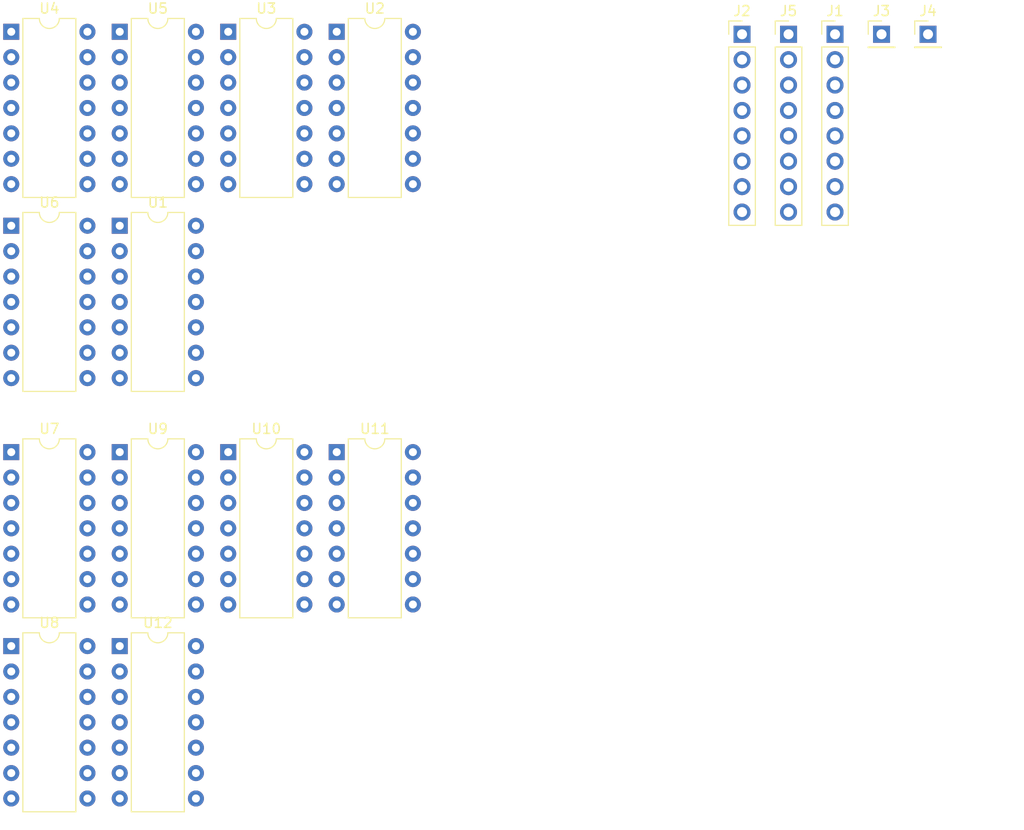
<source format=kicad_pcb>
(kicad_pcb (version 20171130) (host pcbnew 5.1.9)

  (general
    (thickness 1.6)
    (drawings 0)
    (tracks 0)
    (zones 0)
    (modules 17)
    (nets 68)
  )

  (page A4)
  (layers
    (0 F.Cu signal)
    (31 B.Cu signal)
    (32 B.Adhes user)
    (33 F.Adhes user)
    (34 B.Paste user)
    (35 F.Paste user)
    (36 B.SilkS user)
    (37 F.SilkS user)
    (38 B.Mask user)
    (39 F.Mask user)
    (40 Dwgs.User user)
    (41 Cmts.User user)
    (42 Eco1.User user)
    (43 Eco2.User user)
    (44 Edge.Cuts user)
    (45 Margin user)
    (46 B.CrtYd user)
    (47 F.CrtYd user)
    (48 B.Fab user)
    (49 F.Fab user)
  )

  (setup
    (last_trace_width 0.25)
    (trace_clearance 0.2)
    (zone_clearance 0.508)
    (zone_45_only no)
    (trace_min 0.2)
    (via_size 0.8)
    (via_drill 0.4)
    (via_min_size 0.4)
    (via_min_drill 0.3)
    (uvia_size 0.3)
    (uvia_drill 0.1)
    (uvias_allowed no)
    (uvia_min_size 0.2)
    (uvia_min_drill 0.1)
    (edge_width 0.05)
    (segment_width 0.2)
    (pcb_text_width 0.3)
    (pcb_text_size 1.5 1.5)
    (mod_edge_width 0.12)
    (mod_text_size 1 1)
    (mod_text_width 0.15)
    (pad_size 1.524 1.524)
    (pad_drill 0.762)
    (pad_to_mask_clearance 0)
    (aux_axis_origin 0 0)
    (visible_elements FFFFFF7F)
    (pcbplotparams
      (layerselection 0x010fc_ffffffff)
      (usegerberextensions false)
      (usegerberattributes true)
      (usegerberadvancedattributes true)
      (creategerberjobfile true)
      (excludeedgelayer true)
      (linewidth 0.100000)
      (plotframeref false)
      (viasonmask false)
      (mode 1)
      (useauxorigin false)
      (hpglpennumber 1)
      (hpglpenspeed 20)
      (hpglpendiameter 15.000000)
      (psnegative false)
      (psa4output false)
      (plotreference true)
      (plotvalue true)
      (plotinvisibletext false)
      (padsonsilk false)
      (subtractmaskfromsilk false)
      (outputformat 1)
      (mirror false)
      (drillshape 1)
      (scaleselection 1)
      (outputdirectory ""))
  )

  (net 0 "")
  (net 1 /a7)
  (net 2 /a6)
  (net 3 /a5)
  (net 4 /a4)
  (net 5 /a3)
  (net 6 /a2)
  (net 7 /a1)
  (net 8 /a0)
  (net 9 /b7)
  (net 10 /b6)
  (net 11 /b5)
  (net 12 /b4)
  (net 13 /b3)
  (net 14 /b2)
  (net 15 /b1)
  (net 16 /b0)
  (net 17 /Adder0/Cin)
  (net 18 /Adder1/Cout)
  (net 19 /y7)
  (net 20 /y6)
  (net 21 /y5)
  (net 22 /y4)
  (net 23 /y3)
  (net 24 /y2)
  (net 25 /y1)
  (net 26 /y0)
  (net 27 +5V)
  (net 28 GND)
  (net 29 "Net-(U1-Pad6)")
  (net 30 "Net-(U1-Pad11)")
  (net 31 "Net-(U1-Pad3)")
  (net 32 "Net-(U1-Pad8)")
  (net 33 "Net-(U2-Pad6)")
  (net 34 "Net-(U2-Pad11)")
  (net 35 "Net-(U2-Pad3)")
  (net 36 "Net-(U2-Pad8)")
  (net 37 /Adder0/Bit1/Cin)
  (net 38 /Adder0/Bit3/Cin)
  (net 39 /Adder0/Bit2/Cin)
  (net 40 "Net-(U4-Pad6)")
  (net 41 "Net-(U4-Pad11)")
  (net 42 "Net-(U4-Pad3)")
  (net 43 "Net-(U4-Pad8)")
  (net 44 "Net-(U5-Pad6)")
  (net 45 "Net-(U5-Pad11)")
  (net 46 "Net-(U5-Pad3)")
  (net 47 "Net-(U5-Pad8)")
  (net 48 /Adder1/Cin)
  (net 49 "Net-(U10-Pad5)")
  (net 50 "Net-(U10-Pad13)")
  (net 51 "Net-(U10-Pad2)")
  (net 52 "Net-(U10-Pad10)")
  (net 53 "Net-(U11-Pad5)")
  (net 54 "Net-(U11-Pad13)")
  (net 55 "Net-(U11-Pad2)")
  (net 56 "Net-(U11-Pad10)")
  (net 57 /Adder1/Bit3/Cin)
  (net 58 /Adder1/Bit1/Cin)
  (net 59 /Adder1/Bit2/Cin)
  (net 60 "Net-(U10-Pad6)")
  (net 61 "Net-(U10-Pad11)")
  (net 62 "Net-(U10-Pad3)")
  (net 63 "Net-(U10-Pad8)")
  (net 64 "Net-(U11-Pad6)")
  (net 65 "Net-(U11-Pad11)")
  (net 66 "Net-(U11-Pad3)")
  (net 67 "Net-(U11-Pad8)")

  (net_class Default "This is the default net class."
    (clearance 0.2)
    (trace_width 0.25)
    (via_dia 0.8)
    (via_drill 0.4)
    (uvia_dia 0.3)
    (uvia_drill 0.1)
    (add_net +5V)
    (add_net /Adder0/Bit1/Cin)
    (add_net /Adder0/Bit2/Cin)
    (add_net /Adder0/Bit3/Cin)
    (add_net /Adder0/Cin)
    (add_net /Adder1/Bit1/Cin)
    (add_net /Adder1/Bit2/Cin)
    (add_net /Adder1/Bit3/Cin)
    (add_net /Adder1/Cin)
    (add_net /Adder1/Cout)
    (add_net /a0)
    (add_net /a1)
    (add_net /a2)
    (add_net /a3)
    (add_net /a4)
    (add_net /a5)
    (add_net /a6)
    (add_net /a7)
    (add_net /b0)
    (add_net /b1)
    (add_net /b2)
    (add_net /b3)
    (add_net /b4)
    (add_net /b5)
    (add_net /b6)
    (add_net /b7)
    (add_net /y0)
    (add_net /y1)
    (add_net /y2)
    (add_net /y3)
    (add_net /y4)
    (add_net /y5)
    (add_net /y6)
    (add_net /y7)
    (add_net GND)
    (add_net "Net-(U1-Pad11)")
    (add_net "Net-(U1-Pad3)")
    (add_net "Net-(U1-Pad6)")
    (add_net "Net-(U1-Pad8)")
    (add_net "Net-(U10-Pad10)")
    (add_net "Net-(U10-Pad11)")
    (add_net "Net-(U10-Pad13)")
    (add_net "Net-(U10-Pad2)")
    (add_net "Net-(U10-Pad3)")
    (add_net "Net-(U10-Pad5)")
    (add_net "Net-(U10-Pad6)")
    (add_net "Net-(U10-Pad8)")
    (add_net "Net-(U11-Pad10)")
    (add_net "Net-(U11-Pad11)")
    (add_net "Net-(U11-Pad13)")
    (add_net "Net-(U11-Pad2)")
    (add_net "Net-(U11-Pad3)")
    (add_net "Net-(U11-Pad5)")
    (add_net "Net-(U11-Pad6)")
    (add_net "Net-(U11-Pad8)")
    (add_net "Net-(U2-Pad11)")
    (add_net "Net-(U2-Pad3)")
    (add_net "Net-(U2-Pad6)")
    (add_net "Net-(U2-Pad8)")
    (add_net "Net-(U4-Pad11)")
    (add_net "Net-(U4-Pad3)")
    (add_net "Net-(U4-Pad6)")
    (add_net "Net-(U4-Pad8)")
    (add_net "Net-(U5-Pad11)")
    (add_net "Net-(U5-Pad3)")
    (add_net "Net-(U5-Pad6)")
    (add_net "Net-(U5-Pad8)")
  )

  (module Connector_PinHeader_2.54mm:PinHeader_1x08_P2.54mm_Vertical (layer F.Cu) (tedit 59FED5CC) (tstamp 600B1369)
    (at 168.605001 75.485001)
    (descr "Through hole straight pin header, 1x08, 2.54mm pitch, single row")
    (tags "Through hole pin header THT 1x08 2.54mm single row")
    (path /602B5803)
    (fp_text reference J1 (at 0 -2.33) (layer F.SilkS)
      (effects (font (size 1 1) (thickness 0.15)))
    )
    (fp_text value Conn_01x08_FemaleOutput (at 0 20.11) (layer F.Fab)
      (effects (font (size 1 1) (thickness 0.15)))
    )
    (fp_line (start 1.8 -1.8) (end -1.8 -1.8) (layer F.CrtYd) (width 0.05))
    (fp_line (start 1.8 19.55) (end 1.8 -1.8) (layer F.CrtYd) (width 0.05))
    (fp_line (start -1.8 19.55) (end 1.8 19.55) (layer F.CrtYd) (width 0.05))
    (fp_line (start -1.8 -1.8) (end -1.8 19.55) (layer F.CrtYd) (width 0.05))
    (fp_line (start -1.33 -1.33) (end 0 -1.33) (layer F.SilkS) (width 0.12))
    (fp_line (start -1.33 0) (end -1.33 -1.33) (layer F.SilkS) (width 0.12))
    (fp_line (start -1.33 1.27) (end 1.33 1.27) (layer F.SilkS) (width 0.12))
    (fp_line (start 1.33 1.27) (end 1.33 19.11) (layer F.SilkS) (width 0.12))
    (fp_line (start -1.33 1.27) (end -1.33 19.11) (layer F.SilkS) (width 0.12))
    (fp_line (start -1.33 19.11) (end 1.33 19.11) (layer F.SilkS) (width 0.12))
    (fp_line (start -1.27 -0.635) (end -0.635 -1.27) (layer F.Fab) (width 0.1))
    (fp_line (start -1.27 19.05) (end -1.27 -0.635) (layer F.Fab) (width 0.1))
    (fp_line (start 1.27 19.05) (end -1.27 19.05) (layer F.Fab) (width 0.1))
    (fp_line (start 1.27 -1.27) (end 1.27 19.05) (layer F.Fab) (width 0.1))
    (fp_line (start -0.635 -1.27) (end 1.27 -1.27) (layer F.Fab) (width 0.1))
    (fp_text user %R (at 0 8.89 90) (layer F.Fab)
      (effects (font (size 1 1) (thickness 0.15)))
    )
    (pad 1 thru_hole rect (at 0 0) (size 1.7 1.7) (drill 1) (layers *.Cu *.Mask)
      (net 8 /a0))
    (pad 2 thru_hole oval (at 0 2.54) (size 1.7 1.7) (drill 1) (layers *.Cu *.Mask)
      (net 7 /a1))
    (pad 3 thru_hole oval (at 0 5.08) (size 1.7 1.7) (drill 1) (layers *.Cu *.Mask)
      (net 6 /a2))
    (pad 4 thru_hole oval (at 0 7.62) (size 1.7 1.7) (drill 1) (layers *.Cu *.Mask)
      (net 5 /a3))
    (pad 5 thru_hole oval (at 0 10.16) (size 1.7 1.7) (drill 1) (layers *.Cu *.Mask)
      (net 4 /a4))
    (pad 6 thru_hole oval (at 0 12.7) (size 1.7 1.7) (drill 1) (layers *.Cu *.Mask)
      (net 3 /a5))
    (pad 7 thru_hole oval (at 0 15.24) (size 1.7 1.7) (drill 1) (layers *.Cu *.Mask)
      (net 2 /a6))
    (pad 8 thru_hole oval (at 0 17.78) (size 1.7 1.7) (drill 1) (layers *.Cu *.Mask)
      (net 1 /a7))
    (model ${KISYS3DMOD}/Connector_PinHeader_2.54mm.3dshapes/PinHeader_1x08_P2.54mm_Vertical.wrl
      (at (xyz 0 0 0))
      (scale (xyz 1 1 1))
      (rotate (xyz 0 0 0))
    )
  )

  (module Connector_PinHeader_2.54mm:PinHeader_1x08_P2.54mm_Vertical (layer F.Cu) (tedit 59FED5CC) (tstamp 600B1385)
    (at 159.305001 75.485001)
    (descr "Through hole straight pin header, 1x08, 2.54mm pitch, single row")
    (tags "Through hole pin header THT 1x08 2.54mm single row")
    (path /602B7797)
    (fp_text reference J2 (at 0 -2.33) (layer F.SilkS)
      (effects (font (size 1 1) (thickness 0.15)))
    )
    (fp_text value Conn_01x08_FemaleOutput (at 0 20.11) (layer F.Fab)
      (effects (font (size 1 1) (thickness 0.15)))
    )
    (fp_line (start 1.8 -1.8) (end -1.8 -1.8) (layer F.CrtYd) (width 0.05))
    (fp_line (start 1.8 19.55) (end 1.8 -1.8) (layer F.CrtYd) (width 0.05))
    (fp_line (start -1.8 19.55) (end 1.8 19.55) (layer F.CrtYd) (width 0.05))
    (fp_line (start -1.8 -1.8) (end -1.8 19.55) (layer F.CrtYd) (width 0.05))
    (fp_line (start -1.33 -1.33) (end 0 -1.33) (layer F.SilkS) (width 0.12))
    (fp_line (start -1.33 0) (end -1.33 -1.33) (layer F.SilkS) (width 0.12))
    (fp_line (start -1.33 1.27) (end 1.33 1.27) (layer F.SilkS) (width 0.12))
    (fp_line (start 1.33 1.27) (end 1.33 19.11) (layer F.SilkS) (width 0.12))
    (fp_line (start -1.33 1.27) (end -1.33 19.11) (layer F.SilkS) (width 0.12))
    (fp_line (start -1.33 19.11) (end 1.33 19.11) (layer F.SilkS) (width 0.12))
    (fp_line (start -1.27 -0.635) (end -0.635 -1.27) (layer F.Fab) (width 0.1))
    (fp_line (start -1.27 19.05) (end -1.27 -0.635) (layer F.Fab) (width 0.1))
    (fp_line (start 1.27 19.05) (end -1.27 19.05) (layer F.Fab) (width 0.1))
    (fp_line (start 1.27 -1.27) (end 1.27 19.05) (layer F.Fab) (width 0.1))
    (fp_line (start -0.635 -1.27) (end 1.27 -1.27) (layer F.Fab) (width 0.1))
    (fp_text user %R (at 0 8.89 90) (layer F.Fab)
      (effects (font (size 1 1) (thickness 0.15)))
    )
    (pad 1 thru_hole rect (at 0 0) (size 1.7 1.7) (drill 1) (layers *.Cu *.Mask)
      (net 16 /b0))
    (pad 2 thru_hole oval (at 0 2.54) (size 1.7 1.7) (drill 1) (layers *.Cu *.Mask)
      (net 15 /b1))
    (pad 3 thru_hole oval (at 0 5.08) (size 1.7 1.7) (drill 1) (layers *.Cu *.Mask)
      (net 14 /b2))
    (pad 4 thru_hole oval (at 0 7.62) (size 1.7 1.7) (drill 1) (layers *.Cu *.Mask)
      (net 13 /b3))
    (pad 5 thru_hole oval (at 0 10.16) (size 1.7 1.7) (drill 1) (layers *.Cu *.Mask)
      (net 12 /b4))
    (pad 6 thru_hole oval (at 0 12.7) (size 1.7 1.7) (drill 1) (layers *.Cu *.Mask)
      (net 11 /b5))
    (pad 7 thru_hole oval (at 0 15.24) (size 1.7 1.7) (drill 1) (layers *.Cu *.Mask)
      (net 10 /b6))
    (pad 8 thru_hole oval (at 0 17.78) (size 1.7 1.7) (drill 1) (layers *.Cu *.Mask)
      (net 9 /b7))
    (model ${KISYS3DMOD}/Connector_PinHeader_2.54mm.3dshapes/PinHeader_1x08_P2.54mm_Vertical.wrl
      (at (xyz 0 0 0))
      (scale (xyz 1 1 1))
      (rotate (xyz 0 0 0))
    )
  )

  (module Connector_PinHeader_2.54mm:PinHeader_1x01_P2.54mm_Vertical (layer F.Cu) (tedit 59FED5CC) (tstamp 600B139A)
    (at 173.255001 75.485001)
    (descr "Through hole straight pin header, 1x01, 2.54mm pitch, single row")
    (tags "Through hole pin header THT 1x01 2.54mm single row")
    (path /602BCCF5)
    (fp_text reference J3 (at 0 -2.33) (layer F.SilkS)
      (effects (font (size 1 1) (thickness 0.15)))
    )
    (fp_text value C (at 0 2.33) (layer F.Fab)
      (effects (font (size 1 1) (thickness 0.15)))
    )
    (fp_line (start 1.8 -1.8) (end -1.8 -1.8) (layer F.CrtYd) (width 0.05))
    (fp_line (start 1.8 1.8) (end 1.8 -1.8) (layer F.CrtYd) (width 0.05))
    (fp_line (start -1.8 1.8) (end 1.8 1.8) (layer F.CrtYd) (width 0.05))
    (fp_line (start -1.8 -1.8) (end -1.8 1.8) (layer F.CrtYd) (width 0.05))
    (fp_line (start -1.33 -1.33) (end 0 -1.33) (layer F.SilkS) (width 0.12))
    (fp_line (start -1.33 0) (end -1.33 -1.33) (layer F.SilkS) (width 0.12))
    (fp_line (start -1.33 1.27) (end 1.33 1.27) (layer F.SilkS) (width 0.12))
    (fp_line (start 1.33 1.27) (end 1.33 1.33) (layer F.SilkS) (width 0.12))
    (fp_line (start -1.33 1.27) (end -1.33 1.33) (layer F.SilkS) (width 0.12))
    (fp_line (start -1.33 1.33) (end 1.33 1.33) (layer F.SilkS) (width 0.12))
    (fp_line (start -1.27 -0.635) (end -0.635 -1.27) (layer F.Fab) (width 0.1))
    (fp_line (start -1.27 1.27) (end -1.27 -0.635) (layer F.Fab) (width 0.1))
    (fp_line (start 1.27 1.27) (end -1.27 1.27) (layer F.Fab) (width 0.1))
    (fp_line (start 1.27 -1.27) (end 1.27 1.27) (layer F.Fab) (width 0.1))
    (fp_line (start -0.635 -1.27) (end 1.27 -1.27) (layer F.Fab) (width 0.1))
    (fp_text user %R (at 0 0 90) (layer F.Fab)
      (effects (font (size 1 1) (thickness 0.15)))
    )
    (pad 1 thru_hole rect (at 0 0) (size 1.7 1.7) (drill 1) (layers *.Cu *.Mask)
      (net 17 /Adder0/Cin))
    (model ${KISYS3DMOD}/Connector_PinHeader_2.54mm.3dshapes/PinHeader_1x01_P2.54mm_Vertical.wrl
      (at (xyz 0 0 0))
      (scale (xyz 1 1 1))
      (rotate (xyz 0 0 0))
    )
  )

  (module Connector_PinHeader_2.54mm:PinHeader_1x01_P2.54mm_Vertical (layer F.Cu) (tedit 59FED5CC) (tstamp 600B13AF)
    (at 177.905001 75.485001)
    (descr "Through hole straight pin header, 1x01, 2.54mm pitch, single row")
    (tags "Through hole pin header THT 1x01 2.54mm single row")
    (path /602BB272)
    (fp_text reference J4 (at 0 -2.33) (layer F.SilkS)
      (effects (font (size 1 1) (thickness 0.15)))
    )
    (fp_text value Conn_01x01_FemaleInput (at 0 2.33) (layer F.Fab)
      (effects (font (size 1 1) (thickness 0.15)))
    )
    (fp_text user %R (at 0 0 90) (layer F.Fab)
      (effects (font (size 1 1) (thickness 0.15)))
    )
    (fp_line (start -0.635 -1.27) (end 1.27 -1.27) (layer F.Fab) (width 0.1))
    (fp_line (start 1.27 -1.27) (end 1.27 1.27) (layer F.Fab) (width 0.1))
    (fp_line (start 1.27 1.27) (end -1.27 1.27) (layer F.Fab) (width 0.1))
    (fp_line (start -1.27 1.27) (end -1.27 -0.635) (layer F.Fab) (width 0.1))
    (fp_line (start -1.27 -0.635) (end -0.635 -1.27) (layer F.Fab) (width 0.1))
    (fp_line (start -1.33 1.33) (end 1.33 1.33) (layer F.SilkS) (width 0.12))
    (fp_line (start -1.33 1.27) (end -1.33 1.33) (layer F.SilkS) (width 0.12))
    (fp_line (start 1.33 1.27) (end 1.33 1.33) (layer F.SilkS) (width 0.12))
    (fp_line (start -1.33 1.27) (end 1.33 1.27) (layer F.SilkS) (width 0.12))
    (fp_line (start -1.33 0) (end -1.33 -1.33) (layer F.SilkS) (width 0.12))
    (fp_line (start -1.33 -1.33) (end 0 -1.33) (layer F.SilkS) (width 0.12))
    (fp_line (start -1.8 -1.8) (end -1.8 1.8) (layer F.CrtYd) (width 0.05))
    (fp_line (start -1.8 1.8) (end 1.8 1.8) (layer F.CrtYd) (width 0.05))
    (fp_line (start 1.8 1.8) (end 1.8 -1.8) (layer F.CrtYd) (width 0.05))
    (fp_line (start 1.8 -1.8) (end -1.8 -1.8) (layer F.CrtYd) (width 0.05))
    (pad 1 thru_hole rect (at 0 0) (size 1.7 1.7) (drill 1) (layers *.Cu *.Mask)
      (net 18 /Adder1/Cout))
    (model ${KISYS3DMOD}/Connector_PinHeader_2.54mm.3dshapes/PinHeader_1x01_P2.54mm_Vertical.wrl
      (at (xyz 0 0 0))
      (scale (xyz 1 1 1))
      (rotate (xyz 0 0 0))
    )
  )

  (module Connector_PinHeader_2.54mm:PinHeader_1x08_P2.54mm_Vertical (layer F.Cu) (tedit 59FED5CC) (tstamp 600B13CB)
    (at 163.955001 75.485001)
    (descr "Through hole straight pin header, 1x08, 2.54mm pitch, single row")
    (tags "Through hole pin header THT 1x08 2.54mm single row")
    (path /602B90AB)
    (fp_text reference J5 (at 0 -2.33) (layer F.SilkS)
      (effects (font (size 1 1) (thickness 0.15)))
    )
    (fp_text value Conn_01x08_FemaleInput (at 0 20.11) (layer F.Fab)
      (effects (font (size 1 1) (thickness 0.15)))
    )
    (fp_text user %R (at 0 8.89 90) (layer F.Fab)
      (effects (font (size 1 1) (thickness 0.15)))
    )
    (fp_line (start -0.635 -1.27) (end 1.27 -1.27) (layer F.Fab) (width 0.1))
    (fp_line (start 1.27 -1.27) (end 1.27 19.05) (layer F.Fab) (width 0.1))
    (fp_line (start 1.27 19.05) (end -1.27 19.05) (layer F.Fab) (width 0.1))
    (fp_line (start -1.27 19.05) (end -1.27 -0.635) (layer F.Fab) (width 0.1))
    (fp_line (start -1.27 -0.635) (end -0.635 -1.27) (layer F.Fab) (width 0.1))
    (fp_line (start -1.33 19.11) (end 1.33 19.11) (layer F.SilkS) (width 0.12))
    (fp_line (start -1.33 1.27) (end -1.33 19.11) (layer F.SilkS) (width 0.12))
    (fp_line (start 1.33 1.27) (end 1.33 19.11) (layer F.SilkS) (width 0.12))
    (fp_line (start -1.33 1.27) (end 1.33 1.27) (layer F.SilkS) (width 0.12))
    (fp_line (start -1.33 0) (end -1.33 -1.33) (layer F.SilkS) (width 0.12))
    (fp_line (start -1.33 -1.33) (end 0 -1.33) (layer F.SilkS) (width 0.12))
    (fp_line (start -1.8 -1.8) (end -1.8 19.55) (layer F.CrtYd) (width 0.05))
    (fp_line (start -1.8 19.55) (end 1.8 19.55) (layer F.CrtYd) (width 0.05))
    (fp_line (start 1.8 19.55) (end 1.8 -1.8) (layer F.CrtYd) (width 0.05))
    (fp_line (start 1.8 -1.8) (end -1.8 -1.8) (layer F.CrtYd) (width 0.05))
    (pad 8 thru_hole oval (at 0 17.78) (size 1.7 1.7) (drill 1) (layers *.Cu *.Mask)
      (net 19 /y7))
    (pad 7 thru_hole oval (at 0 15.24) (size 1.7 1.7) (drill 1) (layers *.Cu *.Mask)
      (net 20 /y6))
    (pad 6 thru_hole oval (at 0 12.7) (size 1.7 1.7) (drill 1) (layers *.Cu *.Mask)
      (net 21 /y5))
    (pad 5 thru_hole oval (at 0 10.16) (size 1.7 1.7) (drill 1) (layers *.Cu *.Mask)
      (net 22 /y4))
    (pad 4 thru_hole oval (at 0 7.62) (size 1.7 1.7) (drill 1) (layers *.Cu *.Mask)
      (net 23 /y3))
    (pad 3 thru_hole oval (at 0 5.08) (size 1.7 1.7) (drill 1) (layers *.Cu *.Mask)
      (net 24 /y2))
    (pad 2 thru_hole oval (at 0 2.54) (size 1.7 1.7) (drill 1) (layers *.Cu *.Mask)
      (net 25 /y1))
    (pad 1 thru_hole rect (at 0 0) (size 1.7 1.7) (drill 1) (layers *.Cu *.Mask)
      (net 26 /y0))
    (model ${KISYS3DMOD}/Connector_PinHeader_2.54mm.3dshapes/PinHeader_1x08_P2.54mm_Vertical.wrl
      (at (xyz 0 0 0))
      (scale (xyz 1 1 1))
      (rotate (xyz 0 0 0))
    )
  )

  (module Package_DIP:DIP-14_W7.62mm (layer F.Cu) (tedit 5A02E8C5) (tstamp 600B13ED)
    (at 97.065001 94.635001)
    (descr "14-lead though-hole mounted DIP package, row spacing 7.62 mm (300 mils)")
    (tags "THT DIP DIL PDIP 2.54mm 7.62mm 300mil")
    (path /60248238/60180DF4)
    (fp_text reference U1 (at 3.81 -2.33) (layer F.SilkS)
      (effects (font (size 1 1) (thickness 0.15)))
    )
    (fp_text value 74LS86 (at 3.81 17.57) (layer F.Fab)
      (effects (font (size 1 1) (thickness 0.15)))
    )
    (fp_text user %R (at 3.81 7.62) (layer F.Fab)
      (effects (font (size 1 1) (thickness 0.15)))
    )
    (fp_arc (start 3.81 -1.33) (end 2.81 -1.33) (angle -180) (layer F.SilkS) (width 0.12))
    (fp_line (start 1.635 -1.27) (end 6.985 -1.27) (layer F.Fab) (width 0.1))
    (fp_line (start 6.985 -1.27) (end 6.985 16.51) (layer F.Fab) (width 0.1))
    (fp_line (start 6.985 16.51) (end 0.635 16.51) (layer F.Fab) (width 0.1))
    (fp_line (start 0.635 16.51) (end 0.635 -0.27) (layer F.Fab) (width 0.1))
    (fp_line (start 0.635 -0.27) (end 1.635 -1.27) (layer F.Fab) (width 0.1))
    (fp_line (start 2.81 -1.33) (end 1.16 -1.33) (layer F.SilkS) (width 0.12))
    (fp_line (start 1.16 -1.33) (end 1.16 16.57) (layer F.SilkS) (width 0.12))
    (fp_line (start 1.16 16.57) (end 6.46 16.57) (layer F.SilkS) (width 0.12))
    (fp_line (start 6.46 16.57) (end 6.46 -1.33) (layer F.SilkS) (width 0.12))
    (fp_line (start 6.46 -1.33) (end 4.81 -1.33) (layer F.SilkS) (width 0.12))
    (fp_line (start -1.1 -1.55) (end -1.1 16.8) (layer F.CrtYd) (width 0.05))
    (fp_line (start -1.1 16.8) (end 8.7 16.8) (layer F.CrtYd) (width 0.05))
    (fp_line (start 8.7 16.8) (end 8.7 -1.55) (layer F.CrtYd) (width 0.05))
    (fp_line (start 8.7 -1.55) (end -1.1 -1.55) (layer F.CrtYd) (width 0.05))
    (pad 14 thru_hole oval (at 7.62 0) (size 1.6 1.6) (drill 0.8) (layers *.Cu *.Mask)
      (net 27 +5V))
    (pad 7 thru_hole oval (at 0 15.24) (size 1.6 1.6) (drill 0.8) (layers *.Cu *.Mask)
      (net 28 GND))
    (pad 13 thru_hole oval (at 7.62 2.54) (size 1.6 1.6) (drill 0.8) (layers *.Cu *.Mask)
      (net 15 /b1))
    (pad 6 thru_hole oval (at 0 12.7) (size 1.6 1.6) (drill 0.8) (layers *.Cu *.Mask)
      (net 29 "Net-(U1-Pad6)"))
    (pad 12 thru_hole oval (at 7.62 5.08) (size 1.6 1.6) (drill 0.8) (layers *.Cu *.Mask)
      (net 17 /Adder0/Cin))
    (pad 5 thru_hole oval (at 0 10.16) (size 1.6 1.6) (drill 0.8) (layers *.Cu *.Mask)
      (net 13 /b3))
    (pad 11 thru_hole oval (at 7.62 7.62) (size 1.6 1.6) (drill 0.8) (layers *.Cu *.Mask)
      (net 30 "Net-(U1-Pad11)"))
    (pad 4 thru_hole oval (at 0 7.62) (size 1.6 1.6) (drill 0.8) (layers *.Cu *.Mask)
      (net 17 /Adder0/Cin))
    (pad 10 thru_hole oval (at 7.62 10.16) (size 1.6 1.6) (drill 0.8) (layers *.Cu *.Mask)
      (net 14 /b2))
    (pad 3 thru_hole oval (at 0 5.08) (size 1.6 1.6) (drill 0.8) (layers *.Cu *.Mask)
      (net 31 "Net-(U1-Pad3)"))
    (pad 9 thru_hole oval (at 7.62 12.7) (size 1.6 1.6) (drill 0.8) (layers *.Cu *.Mask)
      (net 17 /Adder0/Cin))
    (pad 2 thru_hole oval (at 0 2.54) (size 1.6 1.6) (drill 0.8) (layers *.Cu *.Mask)
      (net 16 /b0))
    (pad 8 thru_hole oval (at 7.62 15.24) (size 1.6 1.6) (drill 0.8) (layers *.Cu *.Mask)
      (net 32 "Net-(U1-Pad8)"))
    (pad 1 thru_hole rect (at 0 0) (size 1.6 1.6) (drill 0.8) (layers *.Cu *.Mask)
      (net 17 /Adder0/Cin))
    (model ${KISYS3DMOD}/Package_DIP.3dshapes/DIP-14_W7.62mm.wrl
      (at (xyz 0 0 0))
      (scale (xyz 1 1 1))
      (rotate (xyz 0 0 0))
    )
  )

  (module Package_DIP:DIP-14_W7.62mm (layer F.Cu) (tedit 5A02E8C5) (tstamp 600B140F)
    (at 118.765001 75.235001)
    (descr "14-lead though-hole mounted DIP package, row spacing 7.62 mm (300 mils)")
    (tags "THT DIP DIL PDIP 2.54mm 7.62mm 300mil")
    (path /60248238/601820B8)
    (fp_text reference U2 (at 3.81 -2.33) (layer F.SilkS)
      (effects (font (size 1 1) (thickness 0.15)))
    )
    (fp_text value 74LS86 (at 3.81 17.57) (layer F.Fab)
      (effects (font (size 1 1) (thickness 0.15)))
    )
    (fp_line (start 8.7 -1.55) (end -1.1 -1.55) (layer F.CrtYd) (width 0.05))
    (fp_line (start 8.7 16.8) (end 8.7 -1.55) (layer F.CrtYd) (width 0.05))
    (fp_line (start -1.1 16.8) (end 8.7 16.8) (layer F.CrtYd) (width 0.05))
    (fp_line (start -1.1 -1.55) (end -1.1 16.8) (layer F.CrtYd) (width 0.05))
    (fp_line (start 6.46 -1.33) (end 4.81 -1.33) (layer F.SilkS) (width 0.12))
    (fp_line (start 6.46 16.57) (end 6.46 -1.33) (layer F.SilkS) (width 0.12))
    (fp_line (start 1.16 16.57) (end 6.46 16.57) (layer F.SilkS) (width 0.12))
    (fp_line (start 1.16 -1.33) (end 1.16 16.57) (layer F.SilkS) (width 0.12))
    (fp_line (start 2.81 -1.33) (end 1.16 -1.33) (layer F.SilkS) (width 0.12))
    (fp_line (start 0.635 -0.27) (end 1.635 -1.27) (layer F.Fab) (width 0.1))
    (fp_line (start 0.635 16.51) (end 0.635 -0.27) (layer F.Fab) (width 0.1))
    (fp_line (start 6.985 16.51) (end 0.635 16.51) (layer F.Fab) (width 0.1))
    (fp_line (start 6.985 -1.27) (end 6.985 16.51) (layer F.Fab) (width 0.1))
    (fp_line (start 1.635 -1.27) (end 6.985 -1.27) (layer F.Fab) (width 0.1))
    (fp_arc (start 3.81 -1.33) (end 2.81 -1.33) (angle -180) (layer F.SilkS) (width 0.12))
    (fp_text user %R (at 3.81 7.62) (layer F.Fab)
      (effects (font (size 1 1) (thickness 0.15)))
    )
    (pad 1 thru_hole rect (at 0 0) (size 1.6 1.6) (drill 0.8) (layers *.Cu *.Mask)
      (net 8 /a0))
    (pad 8 thru_hole oval (at 7.62 15.24) (size 1.6 1.6) (drill 0.8) (layers *.Cu *.Mask)
      (net 36 "Net-(U2-Pad8)"))
    (pad 2 thru_hole oval (at 0 2.54) (size 1.6 1.6) (drill 0.8) (layers *.Cu *.Mask)
      (net 31 "Net-(U1-Pad3)"))
    (pad 9 thru_hole oval (at 7.62 12.7) (size 1.6 1.6) (drill 0.8) (layers *.Cu *.Mask)
      (net 6 /a2))
    (pad 3 thru_hole oval (at 0 5.08) (size 1.6 1.6) (drill 0.8) (layers *.Cu *.Mask)
      (net 35 "Net-(U2-Pad3)"))
    (pad 10 thru_hole oval (at 7.62 10.16) (size 1.6 1.6) (drill 0.8) (layers *.Cu *.Mask)
      (net 32 "Net-(U1-Pad8)"))
    (pad 4 thru_hole oval (at 0 7.62) (size 1.6 1.6) (drill 0.8) (layers *.Cu *.Mask)
      (net 5 /a3))
    (pad 11 thru_hole oval (at 7.62 7.62) (size 1.6 1.6) (drill 0.8) (layers *.Cu *.Mask)
      (net 34 "Net-(U2-Pad11)"))
    (pad 5 thru_hole oval (at 0 10.16) (size 1.6 1.6) (drill 0.8) (layers *.Cu *.Mask)
      (net 29 "Net-(U1-Pad6)"))
    (pad 12 thru_hole oval (at 7.62 5.08) (size 1.6 1.6) (drill 0.8) (layers *.Cu *.Mask)
      (net 7 /a1))
    (pad 6 thru_hole oval (at 0 12.7) (size 1.6 1.6) (drill 0.8) (layers *.Cu *.Mask)
      (net 33 "Net-(U2-Pad6)"))
    (pad 13 thru_hole oval (at 7.62 2.54) (size 1.6 1.6) (drill 0.8) (layers *.Cu *.Mask)
      (net 30 "Net-(U1-Pad11)"))
    (pad 7 thru_hole oval (at 0 15.24) (size 1.6 1.6) (drill 0.8) (layers *.Cu *.Mask)
      (net 28 GND))
    (pad 14 thru_hole oval (at 7.62 0) (size 1.6 1.6) (drill 0.8) (layers *.Cu *.Mask)
      (net 27 +5V))
    (model ${KISYS3DMOD}/Package_DIP.3dshapes/DIP-14_W7.62mm.wrl
      (at (xyz 0 0 0))
      (scale (xyz 1 1 1))
      (rotate (xyz 0 0 0))
    )
  )

  (module Package_DIP:DIP-14_W7.62mm (layer F.Cu) (tedit 5A02E8C5) (tstamp 600B1431)
    (at 107.915001 75.235001)
    (descr "14-lead though-hole mounted DIP package, row spacing 7.62 mm (300 mils)")
    (tags "THT DIP DIL PDIP 2.54mm 7.62mm 300mil")
    (path /60248238/6018470D)
    (fp_text reference U3 (at 3.81 -2.33) (layer F.SilkS)
      (effects (font (size 1 1) (thickness 0.15)))
    )
    (fp_text value 74LS86 (at 3.81 17.57) (layer F.Fab)
      (effects (font (size 1 1) (thickness 0.15)))
    )
    (fp_line (start 8.7 -1.55) (end -1.1 -1.55) (layer F.CrtYd) (width 0.05))
    (fp_line (start 8.7 16.8) (end 8.7 -1.55) (layer F.CrtYd) (width 0.05))
    (fp_line (start -1.1 16.8) (end 8.7 16.8) (layer F.CrtYd) (width 0.05))
    (fp_line (start -1.1 -1.55) (end -1.1 16.8) (layer F.CrtYd) (width 0.05))
    (fp_line (start 6.46 -1.33) (end 4.81 -1.33) (layer F.SilkS) (width 0.12))
    (fp_line (start 6.46 16.57) (end 6.46 -1.33) (layer F.SilkS) (width 0.12))
    (fp_line (start 1.16 16.57) (end 6.46 16.57) (layer F.SilkS) (width 0.12))
    (fp_line (start 1.16 -1.33) (end 1.16 16.57) (layer F.SilkS) (width 0.12))
    (fp_line (start 2.81 -1.33) (end 1.16 -1.33) (layer F.SilkS) (width 0.12))
    (fp_line (start 0.635 -0.27) (end 1.635 -1.27) (layer F.Fab) (width 0.1))
    (fp_line (start 0.635 16.51) (end 0.635 -0.27) (layer F.Fab) (width 0.1))
    (fp_line (start 6.985 16.51) (end 0.635 16.51) (layer F.Fab) (width 0.1))
    (fp_line (start 6.985 -1.27) (end 6.985 16.51) (layer F.Fab) (width 0.1))
    (fp_line (start 1.635 -1.27) (end 6.985 -1.27) (layer F.Fab) (width 0.1))
    (fp_arc (start 3.81 -1.33) (end 2.81 -1.33) (angle -180) (layer F.SilkS) (width 0.12))
    (fp_text user %R (at 3.81 7.62) (layer F.Fab)
      (effects (font (size 1 1) (thickness 0.15)))
    )
    (pad 1 thru_hole rect (at 0 0) (size 1.6 1.6) (drill 0.8) (layers *.Cu *.Mask)
      (net 17 /Adder0/Cin))
    (pad 8 thru_hole oval (at 7.62 15.24) (size 1.6 1.6) (drill 0.8) (layers *.Cu *.Mask)
      (net 24 /y2))
    (pad 2 thru_hole oval (at 0 2.54) (size 1.6 1.6) (drill 0.8) (layers *.Cu *.Mask)
      (net 35 "Net-(U2-Pad3)"))
    (pad 9 thru_hole oval (at 7.62 12.7) (size 1.6 1.6) (drill 0.8) (layers *.Cu *.Mask)
      (net 39 /Adder0/Bit2/Cin))
    (pad 3 thru_hole oval (at 0 5.08) (size 1.6 1.6) (drill 0.8) (layers *.Cu *.Mask)
      (net 26 /y0))
    (pad 10 thru_hole oval (at 7.62 10.16) (size 1.6 1.6) (drill 0.8) (layers *.Cu *.Mask)
      (net 36 "Net-(U2-Pad8)"))
    (pad 4 thru_hole oval (at 0 7.62) (size 1.6 1.6) (drill 0.8) (layers *.Cu *.Mask)
      (net 38 /Adder0/Bit3/Cin))
    (pad 11 thru_hole oval (at 7.62 7.62) (size 1.6 1.6) (drill 0.8) (layers *.Cu *.Mask)
      (net 25 /y1))
    (pad 5 thru_hole oval (at 0 10.16) (size 1.6 1.6) (drill 0.8) (layers *.Cu *.Mask)
      (net 33 "Net-(U2-Pad6)"))
    (pad 12 thru_hole oval (at 7.62 5.08) (size 1.6 1.6) (drill 0.8) (layers *.Cu *.Mask)
      (net 37 /Adder0/Bit1/Cin))
    (pad 6 thru_hole oval (at 0 12.7) (size 1.6 1.6) (drill 0.8) (layers *.Cu *.Mask)
      (net 23 /y3))
    (pad 13 thru_hole oval (at 7.62 2.54) (size 1.6 1.6) (drill 0.8) (layers *.Cu *.Mask)
      (net 34 "Net-(U2-Pad11)"))
    (pad 7 thru_hole oval (at 0 15.24) (size 1.6 1.6) (drill 0.8) (layers *.Cu *.Mask)
      (net 28 GND))
    (pad 14 thru_hole oval (at 7.62 0) (size 1.6 1.6) (drill 0.8) (layers *.Cu *.Mask)
      (net 27 +5V))
    (model ${KISYS3DMOD}/Package_DIP.3dshapes/DIP-14_W7.62mm.wrl
      (at (xyz 0 0 0))
      (scale (xyz 1 1 1))
      (rotate (xyz 0 0 0))
    )
  )

  (module Package_DIP:DIP-14_W7.62mm (layer F.Cu) (tedit 5A02E8C5) (tstamp 600B1453)
    (at 86.215001 75.235001)
    (descr "14-lead though-hole mounted DIP package, row spacing 7.62 mm (300 mils)")
    (tags "THT DIP DIL PDIP 2.54mm 7.62mm 300mil")
    (path /60248238/60186DED)
    (fp_text reference U4 (at 3.81 -2.33) (layer F.SilkS)
      (effects (font (size 1 1) (thickness 0.15)))
    )
    (fp_text value 74LS08 (at 3.81 17.57) (layer F.Fab)
      (effects (font (size 1 1) (thickness 0.15)))
    )
    (fp_text user %R (at 3.81 7.62) (layer F.Fab)
      (effects (font (size 1 1) (thickness 0.15)))
    )
    (fp_arc (start 3.81 -1.33) (end 2.81 -1.33) (angle -180) (layer F.SilkS) (width 0.12))
    (fp_line (start 1.635 -1.27) (end 6.985 -1.27) (layer F.Fab) (width 0.1))
    (fp_line (start 6.985 -1.27) (end 6.985 16.51) (layer F.Fab) (width 0.1))
    (fp_line (start 6.985 16.51) (end 0.635 16.51) (layer F.Fab) (width 0.1))
    (fp_line (start 0.635 16.51) (end 0.635 -0.27) (layer F.Fab) (width 0.1))
    (fp_line (start 0.635 -0.27) (end 1.635 -1.27) (layer F.Fab) (width 0.1))
    (fp_line (start 2.81 -1.33) (end 1.16 -1.33) (layer F.SilkS) (width 0.12))
    (fp_line (start 1.16 -1.33) (end 1.16 16.57) (layer F.SilkS) (width 0.12))
    (fp_line (start 1.16 16.57) (end 6.46 16.57) (layer F.SilkS) (width 0.12))
    (fp_line (start 6.46 16.57) (end 6.46 -1.33) (layer F.SilkS) (width 0.12))
    (fp_line (start 6.46 -1.33) (end 4.81 -1.33) (layer F.SilkS) (width 0.12))
    (fp_line (start -1.1 -1.55) (end -1.1 16.8) (layer F.CrtYd) (width 0.05))
    (fp_line (start -1.1 16.8) (end 8.7 16.8) (layer F.CrtYd) (width 0.05))
    (fp_line (start 8.7 16.8) (end 8.7 -1.55) (layer F.CrtYd) (width 0.05))
    (fp_line (start 8.7 -1.55) (end -1.1 -1.55) (layer F.CrtYd) (width 0.05))
    (pad 14 thru_hole oval (at 7.62 0) (size 1.6 1.6) (drill 0.8) (layers *.Cu *.Mask)
      (net 27 +5V))
    (pad 7 thru_hole oval (at 0 15.24) (size 1.6 1.6) (drill 0.8) (layers *.Cu *.Mask)
      (net 28 GND))
    (pad 13 thru_hole oval (at 7.62 2.54) (size 1.6 1.6) (drill 0.8) (layers *.Cu *.Mask)
      (net 30 "Net-(U1-Pad11)"))
    (pad 6 thru_hole oval (at 0 12.7) (size 1.6 1.6) (drill 0.8) (layers *.Cu *.Mask)
      (net 40 "Net-(U4-Pad6)"))
    (pad 12 thru_hole oval (at 7.62 5.08) (size 1.6 1.6) (drill 0.8) (layers *.Cu *.Mask)
      (net 7 /a1))
    (pad 5 thru_hole oval (at 0 10.16) (size 1.6 1.6) (drill 0.8) (layers *.Cu *.Mask)
      (net 29 "Net-(U1-Pad6)"))
    (pad 11 thru_hole oval (at 7.62 7.62) (size 1.6 1.6) (drill 0.8) (layers *.Cu *.Mask)
      (net 41 "Net-(U4-Pad11)"))
    (pad 4 thru_hole oval (at 0 7.62) (size 1.6 1.6) (drill 0.8) (layers *.Cu *.Mask)
      (net 5 /a3))
    (pad 10 thru_hole oval (at 7.62 10.16) (size 1.6 1.6) (drill 0.8) (layers *.Cu *.Mask)
      (net 32 "Net-(U1-Pad8)"))
    (pad 3 thru_hole oval (at 0 5.08) (size 1.6 1.6) (drill 0.8) (layers *.Cu *.Mask)
      (net 42 "Net-(U4-Pad3)"))
    (pad 9 thru_hole oval (at 7.62 12.7) (size 1.6 1.6) (drill 0.8) (layers *.Cu *.Mask)
      (net 6 /a2))
    (pad 2 thru_hole oval (at 0 2.54) (size 1.6 1.6) (drill 0.8) (layers *.Cu *.Mask)
      (net 31 "Net-(U1-Pad3)"))
    (pad 8 thru_hole oval (at 7.62 15.24) (size 1.6 1.6) (drill 0.8) (layers *.Cu *.Mask)
      (net 43 "Net-(U4-Pad8)"))
    (pad 1 thru_hole rect (at 0 0) (size 1.6 1.6) (drill 0.8) (layers *.Cu *.Mask)
      (net 8 /a0))
    (model ${KISYS3DMOD}/Package_DIP.3dshapes/DIP-14_W7.62mm.wrl
      (at (xyz 0 0 0))
      (scale (xyz 1 1 1))
      (rotate (xyz 0 0 0))
    )
  )

  (module Package_DIP:DIP-14_W7.62mm (layer F.Cu) (tedit 5A02E8C5) (tstamp 600B1475)
    (at 97.065001 75.235001)
    (descr "14-lead though-hole mounted DIP package, row spacing 7.62 mm (300 mils)")
    (tags "THT DIP DIL PDIP 2.54mm 7.62mm 300mil")
    (path /60248238/60189268)
    (fp_text reference U5 (at 3.81 -2.33) (layer F.SilkS)
      (effects (font (size 1 1) (thickness 0.15)))
    )
    (fp_text value 74LS08 (at 3.81 17.57) (layer F.Fab)
      (effects (font (size 1 1) (thickness 0.15)))
    )
    (fp_text user %R (at 3.81 7.62) (layer F.Fab)
      (effects (font (size 1 1) (thickness 0.15)))
    )
    (fp_arc (start 3.81 -1.33) (end 2.81 -1.33) (angle -180) (layer F.SilkS) (width 0.12))
    (fp_line (start 1.635 -1.27) (end 6.985 -1.27) (layer F.Fab) (width 0.1))
    (fp_line (start 6.985 -1.27) (end 6.985 16.51) (layer F.Fab) (width 0.1))
    (fp_line (start 6.985 16.51) (end 0.635 16.51) (layer F.Fab) (width 0.1))
    (fp_line (start 0.635 16.51) (end 0.635 -0.27) (layer F.Fab) (width 0.1))
    (fp_line (start 0.635 -0.27) (end 1.635 -1.27) (layer F.Fab) (width 0.1))
    (fp_line (start 2.81 -1.33) (end 1.16 -1.33) (layer F.SilkS) (width 0.12))
    (fp_line (start 1.16 -1.33) (end 1.16 16.57) (layer F.SilkS) (width 0.12))
    (fp_line (start 1.16 16.57) (end 6.46 16.57) (layer F.SilkS) (width 0.12))
    (fp_line (start 6.46 16.57) (end 6.46 -1.33) (layer F.SilkS) (width 0.12))
    (fp_line (start 6.46 -1.33) (end 4.81 -1.33) (layer F.SilkS) (width 0.12))
    (fp_line (start -1.1 -1.55) (end -1.1 16.8) (layer F.CrtYd) (width 0.05))
    (fp_line (start -1.1 16.8) (end 8.7 16.8) (layer F.CrtYd) (width 0.05))
    (fp_line (start 8.7 16.8) (end 8.7 -1.55) (layer F.CrtYd) (width 0.05))
    (fp_line (start 8.7 -1.55) (end -1.1 -1.55) (layer F.CrtYd) (width 0.05))
    (pad 14 thru_hole oval (at 7.62 0) (size 1.6 1.6) (drill 0.8) (layers *.Cu *.Mask)
      (net 27 +5V))
    (pad 7 thru_hole oval (at 0 15.24) (size 1.6 1.6) (drill 0.8) (layers *.Cu *.Mask)
      (net 28 GND))
    (pad 13 thru_hole oval (at 7.62 2.54) (size 1.6 1.6) (drill 0.8) (layers *.Cu *.Mask)
      (net 34 "Net-(U2-Pad11)"))
    (pad 6 thru_hole oval (at 0 12.7) (size 1.6 1.6) (drill 0.8) (layers *.Cu *.Mask)
      (net 44 "Net-(U5-Pad6)"))
    (pad 12 thru_hole oval (at 7.62 5.08) (size 1.6 1.6) (drill 0.8) (layers *.Cu *.Mask)
      (net 37 /Adder0/Bit1/Cin))
    (pad 5 thru_hole oval (at 0 10.16) (size 1.6 1.6) (drill 0.8) (layers *.Cu *.Mask)
      (net 33 "Net-(U2-Pad6)"))
    (pad 11 thru_hole oval (at 7.62 7.62) (size 1.6 1.6) (drill 0.8) (layers *.Cu *.Mask)
      (net 45 "Net-(U5-Pad11)"))
    (pad 4 thru_hole oval (at 0 7.62) (size 1.6 1.6) (drill 0.8) (layers *.Cu *.Mask)
      (net 38 /Adder0/Bit3/Cin))
    (pad 10 thru_hole oval (at 7.62 10.16) (size 1.6 1.6) (drill 0.8) (layers *.Cu *.Mask)
      (net 36 "Net-(U2-Pad8)"))
    (pad 3 thru_hole oval (at 0 5.08) (size 1.6 1.6) (drill 0.8) (layers *.Cu *.Mask)
      (net 46 "Net-(U5-Pad3)"))
    (pad 9 thru_hole oval (at 7.62 12.7) (size 1.6 1.6) (drill 0.8) (layers *.Cu *.Mask)
      (net 39 /Adder0/Bit2/Cin))
    (pad 2 thru_hole oval (at 0 2.54) (size 1.6 1.6) (drill 0.8) (layers *.Cu *.Mask)
      (net 35 "Net-(U2-Pad3)"))
    (pad 8 thru_hole oval (at 7.62 15.24) (size 1.6 1.6) (drill 0.8) (layers *.Cu *.Mask)
      (net 47 "Net-(U5-Pad8)"))
    (pad 1 thru_hole rect (at 0 0) (size 1.6 1.6) (drill 0.8) (layers *.Cu *.Mask)
      (net 17 /Adder0/Cin))
    (model ${KISYS3DMOD}/Package_DIP.3dshapes/DIP-14_W7.62mm.wrl
      (at (xyz 0 0 0))
      (scale (xyz 1 1 1))
      (rotate (xyz 0 0 0))
    )
  )

  (module Package_DIP:DIP-14_W7.62mm (layer F.Cu) (tedit 5A02E8C5) (tstamp 600B1497)
    (at 86.215001 94.635001)
    (descr "14-lead though-hole mounted DIP package, row spacing 7.62 mm (300 mils)")
    (tags "THT DIP DIL PDIP 2.54mm 7.62mm 300mil")
    (path /60248238/6018B67E)
    (fp_text reference U6 (at 3.81 -2.33) (layer F.SilkS)
      (effects (font (size 1 1) (thickness 0.15)))
    )
    (fp_text value 74LS32 (at 3.81 17.57) (layer F.Fab)
      (effects (font (size 1 1) (thickness 0.15)))
    )
    (fp_line (start 8.7 -1.55) (end -1.1 -1.55) (layer F.CrtYd) (width 0.05))
    (fp_line (start 8.7 16.8) (end 8.7 -1.55) (layer F.CrtYd) (width 0.05))
    (fp_line (start -1.1 16.8) (end 8.7 16.8) (layer F.CrtYd) (width 0.05))
    (fp_line (start -1.1 -1.55) (end -1.1 16.8) (layer F.CrtYd) (width 0.05))
    (fp_line (start 6.46 -1.33) (end 4.81 -1.33) (layer F.SilkS) (width 0.12))
    (fp_line (start 6.46 16.57) (end 6.46 -1.33) (layer F.SilkS) (width 0.12))
    (fp_line (start 1.16 16.57) (end 6.46 16.57) (layer F.SilkS) (width 0.12))
    (fp_line (start 1.16 -1.33) (end 1.16 16.57) (layer F.SilkS) (width 0.12))
    (fp_line (start 2.81 -1.33) (end 1.16 -1.33) (layer F.SilkS) (width 0.12))
    (fp_line (start 0.635 -0.27) (end 1.635 -1.27) (layer F.Fab) (width 0.1))
    (fp_line (start 0.635 16.51) (end 0.635 -0.27) (layer F.Fab) (width 0.1))
    (fp_line (start 6.985 16.51) (end 0.635 16.51) (layer F.Fab) (width 0.1))
    (fp_line (start 6.985 -1.27) (end 6.985 16.51) (layer F.Fab) (width 0.1))
    (fp_line (start 1.635 -1.27) (end 6.985 -1.27) (layer F.Fab) (width 0.1))
    (fp_arc (start 3.81 -1.33) (end 2.81 -1.33) (angle -180) (layer F.SilkS) (width 0.12))
    (fp_text user %R (at 3.81 7.62) (layer F.Fab)
      (effects (font (size 1 1) (thickness 0.15)))
    )
    (pad 1 thru_hole rect (at 0 0) (size 1.6 1.6) (drill 0.8) (layers *.Cu *.Mask)
      (net 42 "Net-(U4-Pad3)"))
    (pad 8 thru_hole oval (at 7.62 15.24) (size 1.6 1.6) (drill 0.8) (layers *.Cu *.Mask)
      (net 38 /Adder0/Bit3/Cin))
    (pad 2 thru_hole oval (at 0 2.54) (size 1.6 1.6) (drill 0.8) (layers *.Cu *.Mask)
      (net 46 "Net-(U5-Pad3)"))
    (pad 9 thru_hole oval (at 7.62 12.7) (size 1.6 1.6) (drill 0.8) (layers *.Cu *.Mask)
      (net 43 "Net-(U4-Pad8)"))
    (pad 3 thru_hole oval (at 0 5.08) (size 1.6 1.6) (drill 0.8) (layers *.Cu *.Mask)
      (net 37 /Adder0/Bit1/Cin))
    (pad 10 thru_hole oval (at 7.62 10.16) (size 1.6 1.6) (drill 0.8) (layers *.Cu *.Mask)
      (net 47 "Net-(U5-Pad8)"))
    (pad 4 thru_hole oval (at 0 7.62) (size 1.6 1.6) (drill 0.8) (layers *.Cu *.Mask)
      (net 40 "Net-(U4-Pad6)"))
    (pad 11 thru_hole oval (at 7.62 7.62) (size 1.6 1.6) (drill 0.8) (layers *.Cu *.Mask)
      (net 39 /Adder0/Bit2/Cin))
    (pad 5 thru_hole oval (at 0 10.16) (size 1.6 1.6) (drill 0.8) (layers *.Cu *.Mask)
      (net 44 "Net-(U5-Pad6)"))
    (pad 12 thru_hole oval (at 7.62 5.08) (size 1.6 1.6) (drill 0.8) (layers *.Cu *.Mask)
      (net 41 "Net-(U4-Pad11)"))
    (pad 6 thru_hole oval (at 0 12.7) (size 1.6 1.6) (drill 0.8) (layers *.Cu *.Mask)
      (net 48 /Adder1/Cin))
    (pad 13 thru_hole oval (at 7.62 2.54) (size 1.6 1.6) (drill 0.8) (layers *.Cu *.Mask)
      (net 45 "Net-(U5-Pad11)"))
    (pad 7 thru_hole oval (at 0 15.24) (size 1.6 1.6) (drill 0.8) (layers *.Cu *.Mask)
      (net 28 GND))
    (pad 14 thru_hole oval (at 7.62 0) (size 1.6 1.6) (drill 0.8) (layers *.Cu *.Mask)
      (net 27 +5V))
    (model ${KISYS3DMOD}/Package_DIP.3dshapes/DIP-14_W7.62mm.wrl
      (at (xyz 0 0 0))
      (scale (xyz 1 1 1))
      (rotate (xyz 0 0 0))
    )
  )

  (module Package_DIP:DIP-14_W7.62mm (layer F.Cu) (tedit 5A02E8C5) (tstamp 600B14B9)
    (at 86.215001 117.275001)
    (descr "14-lead though-hole mounted DIP package, row spacing 7.62 mm (300 mils)")
    (tags "THT DIP DIL PDIP 2.54mm 7.62mm 300mil")
    (path /60260EB9/60180DF4)
    (fp_text reference U7 (at 3.81 -2.33) (layer F.SilkS)
      (effects (font (size 1 1) (thickness 0.15)))
    )
    (fp_text value 74LS86 (at 3.81 17.57) (layer F.Fab)
      (effects (font (size 1 1) (thickness 0.15)))
    )
    (fp_text user %R (at 3.81 7.62) (layer F.Fab)
      (effects (font (size 1 1) (thickness 0.15)))
    )
    (fp_arc (start 3.81 -1.33) (end 2.81 -1.33) (angle -180) (layer F.SilkS) (width 0.12))
    (fp_line (start 1.635 -1.27) (end 6.985 -1.27) (layer F.Fab) (width 0.1))
    (fp_line (start 6.985 -1.27) (end 6.985 16.51) (layer F.Fab) (width 0.1))
    (fp_line (start 6.985 16.51) (end 0.635 16.51) (layer F.Fab) (width 0.1))
    (fp_line (start 0.635 16.51) (end 0.635 -0.27) (layer F.Fab) (width 0.1))
    (fp_line (start 0.635 -0.27) (end 1.635 -1.27) (layer F.Fab) (width 0.1))
    (fp_line (start 2.81 -1.33) (end 1.16 -1.33) (layer F.SilkS) (width 0.12))
    (fp_line (start 1.16 -1.33) (end 1.16 16.57) (layer F.SilkS) (width 0.12))
    (fp_line (start 1.16 16.57) (end 6.46 16.57) (layer F.SilkS) (width 0.12))
    (fp_line (start 6.46 16.57) (end 6.46 -1.33) (layer F.SilkS) (width 0.12))
    (fp_line (start 6.46 -1.33) (end 4.81 -1.33) (layer F.SilkS) (width 0.12))
    (fp_line (start -1.1 -1.55) (end -1.1 16.8) (layer F.CrtYd) (width 0.05))
    (fp_line (start -1.1 16.8) (end 8.7 16.8) (layer F.CrtYd) (width 0.05))
    (fp_line (start 8.7 16.8) (end 8.7 -1.55) (layer F.CrtYd) (width 0.05))
    (fp_line (start 8.7 -1.55) (end -1.1 -1.55) (layer F.CrtYd) (width 0.05))
    (pad 14 thru_hole oval (at 7.62 0) (size 1.6 1.6) (drill 0.8) (layers *.Cu *.Mask)
      (net 27 +5V))
    (pad 7 thru_hole oval (at 0 15.24) (size 1.6 1.6) (drill 0.8) (layers *.Cu *.Mask)
      (net 28 GND))
    (pad 13 thru_hole oval (at 7.62 2.54) (size 1.6 1.6) (drill 0.8) (layers *.Cu *.Mask)
      (net 9 /b7))
    (pad 6 thru_hole oval (at 0 12.7) (size 1.6 1.6) (drill 0.8) (layers *.Cu *.Mask)
      (net 49 "Net-(U10-Pad5)"))
    (pad 12 thru_hole oval (at 7.62 5.08) (size 1.6 1.6) (drill 0.8) (layers *.Cu *.Mask)
      (net 17 /Adder0/Cin))
    (pad 5 thru_hole oval (at 0 10.16) (size 1.6 1.6) (drill 0.8) (layers *.Cu *.Mask)
      (net 11 /b5))
    (pad 11 thru_hole oval (at 7.62 7.62) (size 1.6 1.6) (drill 0.8) (layers *.Cu *.Mask)
      (net 50 "Net-(U10-Pad13)"))
    (pad 4 thru_hole oval (at 0 7.62) (size 1.6 1.6) (drill 0.8) (layers *.Cu *.Mask)
      (net 17 /Adder0/Cin))
    (pad 10 thru_hole oval (at 7.62 10.16) (size 1.6 1.6) (drill 0.8) (layers *.Cu *.Mask)
      (net 10 /b6))
    (pad 3 thru_hole oval (at 0 5.08) (size 1.6 1.6) (drill 0.8) (layers *.Cu *.Mask)
      (net 51 "Net-(U10-Pad2)"))
    (pad 9 thru_hole oval (at 7.62 12.7) (size 1.6 1.6) (drill 0.8) (layers *.Cu *.Mask)
      (net 17 /Adder0/Cin))
    (pad 2 thru_hole oval (at 0 2.54) (size 1.6 1.6) (drill 0.8) (layers *.Cu *.Mask)
      (net 12 /b4))
    (pad 8 thru_hole oval (at 7.62 15.24) (size 1.6 1.6) (drill 0.8) (layers *.Cu *.Mask)
      (net 52 "Net-(U10-Pad10)"))
    (pad 1 thru_hole rect (at 0 0) (size 1.6 1.6) (drill 0.8) (layers *.Cu *.Mask)
      (net 17 /Adder0/Cin))
    (model ${KISYS3DMOD}/Package_DIP.3dshapes/DIP-14_W7.62mm.wrl
      (at (xyz 0 0 0))
      (scale (xyz 1 1 1))
      (rotate (xyz 0 0 0))
    )
  )

  (module Package_DIP:DIP-14_W7.62mm (layer F.Cu) (tedit 5A02E8C5) (tstamp 600B14DB)
    (at 86.215001 136.675001)
    (descr "14-lead though-hole mounted DIP package, row spacing 7.62 mm (300 mils)")
    (tags "THT DIP DIL PDIP 2.54mm 7.62mm 300mil")
    (path /60260EB9/601820B8)
    (fp_text reference U8 (at 3.81 -2.33) (layer F.SilkS)
      (effects (font (size 1 1) (thickness 0.15)))
    )
    (fp_text value 74LS86 (at 3.81 17.57) (layer F.Fab)
      (effects (font (size 1 1) (thickness 0.15)))
    )
    (fp_line (start 8.7 -1.55) (end -1.1 -1.55) (layer F.CrtYd) (width 0.05))
    (fp_line (start 8.7 16.8) (end 8.7 -1.55) (layer F.CrtYd) (width 0.05))
    (fp_line (start -1.1 16.8) (end 8.7 16.8) (layer F.CrtYd) (width 0.05))
    (fp_line (start -1.1 -1.55) (end -1.1 16.8) (layer F.CrtYd) (width 0.05))
    (fp_line (start 6.46 -1.33) (end 4.81 -1.33) (layer F.SilkS) (width 0.12))
    (fp_line (start 6.46 16.57) (end 6.46 -1.33) (layer F.SilkS) (width 0.12))
    (fp_line (start 1.16 16.57) (end 6.46 16.57) (layer F.SilkS) (width 0.12))
    (fp_line (start 1.16 -1.33) (end 1.16 16.57) (layer F.SilkS) (width 0.12))
    (fp_line (start 2.81 -1.33) (end 1.16 -1.33) (layer F.SilkS) (width 0.12))
    (fp_line (start 0.635 -0.27) (end 1.635 -1.27) (layer F.Fab) (width 0.1))
    (fp_line (start 0.635 16.51) (end 0.635 -0.27) (layer F.Fab) (width 0.1))
    (fp_line (start 6.985 16.51) (end 0.635 16.51) (layer F.Fab) (width 0.1))
    (fp_line (start 6.985 -1.27) (end 6.985 16.51) (layer F.Fab) (width 0.1))
    (fp_line (start 1.635 -1.27) (end 6.985 -1.27) (layer F.Fab) (width 0.1))
    (fp_arc (start 3.81 -1.33) (end 2.81 -1.33) (angle -180) (layer F.SilkS) (width 0.12))
    (fp_text user %R (at 3.81 7.62) (layer F.Fab)
      (effects (font (size 1 1) (thickness 0.15)))
    )
    (pad 1 thru_hole rect (at 0 0) (size 1.6 1.6) (drill 0.8) (layers *.Cu *.Mask)
      (net 4 /a4))
    (pad 8 thru_hole oval (at 7.62 15.24) (size 1.6 1.6) (drill 0.8) (layers *.Cu *.Mask)
      (net 56 "Net-(U11-Pad10)"))
    (pad 2 thru_hole oval (at 0 2.54) (size 1.6 1.6) (drill 0.8) (layers *.Cu *.Mask)
      (net 51 "Net-(U10-Pad2)"))
    (pad 9 thru_hole oval (at 7.62 12.7) (size 1.6 1.6) (drill 0.8) (layers *.Cu *.Mask)
      (net 2 /a6))
    (pad 3 thru_hole oval (at 0 5.08) (size 1.6 1.6) (drill 0.8) (layers *.Cu *.Mask)
      (net 55 "Net-(U11-Pad2)"))
    (pad 10 thru_hole oval (at 7.62 10.16) (size 1.6 1.6) (drill 0.8) (layers *.Cu *.Mask)
      (net 52 "Net-(U10-Pad10)"))
    (pad 4 thru_hole oval (at 0 7.62) (size 1.6 1.6) (drill 0.8) (layers *.Cu *.Mask)
      (net 3 /a5))
    (pad 11 thru_hole oval (at 7.62 7.62) (size 1.6 1.6) (drill 0.8) (layers *.Cu *.Mask)
      (net 54 "Net-(U11-Pad13)"))
    (pad 5 thru_hole oval (at 0 10.16) (size 1.6 1.6) (drill 0.8) (layers *.Cu *.Mask)
      (net 49 "Net-(U10-Pad5)"))
    (pad 12 thru_hole oval (at 7.62 5.08) (size 1.6 1.6) (drill 0.8) (layers *.Cu *.Mask)
      (net 1 /a7))
    (pad 6 thru_hole oval (at 0 12.7) (size 1.6 1.6) (drill 0.8) (layers *.Cu *.Mask)
      (net 53 "Net-(U11-Pad5)"))
    (pad 13 thru_hole oval (at 7.62 2.54) (size 1.6 1.6) (drill 0.8) (layers *.Cu *.Mask)
      (net 50 "Net-(U10-Pad13)"))
    (pad 7 thru_hole oval (at 0 15.24) (size 1.6 1.6) (drill 0.8) (layers *.Cu *.Mask)
      (net 28 GND))
    (pad 14 thru_hole oval (at 7.62 0) (size 1.6 1.6) (drill 0.8) (layers *.Cu *.Mask)
      (net 27 +5V))
    (model ${KISYS3DMOD}/Package_DIP.3dshapes/DIP-14_W7.62mm.wrl
      (at (xyz 0 0 0))
      (scale (xyz 1 1 1))
      (rotate (xyz 0 0 0))
    )
  )

  (module Package_DIP:DIP-14_W7.62mm (layer F.Cu) (tedit 5A02E8C5) (tstamp 600B14FD)
    (at 97.065001 117.275001)
    (descr "14-lead though-hole mounted DIP package, row spacing 7.62 mm (300 mils)")
    (tags "THT DIP DIL PDIP 2.54mm 7.62mm 300mil")
    (path /60260EB9/6018470D)
    (fp_text reference U9 (at 3.81 -2.33) (layer F.SilkS)
      (effects (font (size 1 1) (thickness 0.15)))
    )
    (fp_text value 74LS86 (at 3.81 17.57) (layer F.Fab)
      (effects (font (size 1 1) (thickness 0.15)))
    )
    (fp_text user %R (at 3.81 7.62) (layer F.Fab)
      (effects (font (size 1 1) (thickness 0.15)))
    )
    (fp_arc (start 3.81 -1.33) (end 2.81 -1.33) (angle -180) (layer F.SilkS) (width 0.12))
    (fp_line (start 1.635 -1.27) (end 6.985 -1.27) (layer F.Fab) (width 0.1))
    (fp_line (start 6.985 -1.27) (end 6.985 16.51) (layer F.Fab) (width 0.1))
    (fp_line (start 6.985 16.51) (end 0.635 16.51) (layer F.Fab) (width 0.1))
    (fp_line (start 0.635 16.51) (end 0.635 -0.27) (layer F.Fab) (width 0.1))
    (fp_line (start 0.635 -0.27) (end 1.635 -1.27) (layer F.Fab) (width 0.1))
    (fp_line (start 2.81 -1.33) (end 1.16 -1.33) (layer F.SilkS) (width 0.12))
    (fp_line (start 1.16 -1.33) (end 1.16 16.57) (layer F.SilkS) (width 0.12))
    (fp_line (start 1.16 16.57) (end 6.46 16.57) (layer F.SilkS) (width 0.12))
    (fp_line (start 6.46 16.57) (end 6.46 -1.33) (layer F.SilkS) (width 0.12))
    (fp_line (start 6.46 -1.33) (end 4.81 -1.33) (layer F.SilkS) (width 0.12))
    (fp_line (start -1.1 -1.55) (end -1.1 16.8) (layer F.CrtYd) (width 0.05))
    (fp_line (start -1.1 16.8) (end 8.7 16.8) (layer F.CrtYd) (width 0.05))
    (fp_line (start 8.7 16.8) (end 8.7 -1.55) (layer F.CrtYd) (width 0.05))
    (fp_line (start 8.7 -1.55) (end -1.1 -1.55) (layer F.CrtYd) (width 0.05))
    (pad 14 thru_hole oval (at 7.62 0) (size 1.6 1.6) (drill 0.8) (layers *.Cu *.Mask)
      (net 27 +5V))
    (pad 7 thru_hole oval (at 0 15.24) (size 1.6 1.6) (drill 0.8) (layers *.Cu *.Mask)
      (net 28 GND))
    (pad 13 thru_hole oval (at 7.62 2.54) (size 1.6 1.6) (drill 0.8) (layers *.Cu *.Mask)
      (net 54 "Net-(U11-Pad13)"))
    (pad 6 thru_hole oval (at 0 12.7) (size 1.6 1.6) (drill 0.8) (layers *.Cu *.Mask)
      (net 21 /y5))
    (pad 12 thru_hole oval (at 7.62 5.08) (size 1.6 1.6) (drill 0.8) (layers *.Cu *.Mask)
      (net 57 /Adder1/Bit3/Cin))
    (pad 5 thru_hole oval (at 0 10.16) (size 1.6 1.6) (drill 0.8) (layers *.Cu *.Mask)
      (net 53 "Net-(U11-Pad5)"))
    (pad 11 thru_hole oval (at 7.62 7.62) (size 1.6 1.6) (drill 0.8) (layers *.Cu *.Mask)
      (net 19 /y7))
    (pad 4 thru_hole oval (at 0 7.62) (size 1.6 1.6) (drill 0.8) (layers *.Cu *.Mask)
      (net 58 /Adder1/Bit1/Cin))
    (pad 10 thru_hole oval (at 7.62 10.16) (size 1.6 1.6) (drill 0.8) (layers *.Cu *.Mask)
      (net 56 "Net-(U11-Pad10)"))
    (pad 3 thru_hole oval (at 0 5.08) (size 1.6 1.6) (drill 0.8) (layers *.Cu *.Mask)
      (net 22 /y4))
    (pad 9 thru_hole oval (at 7.62 12.7) (size 1.6 1.6) (drill 0.8) (layers *.Cu *.Mask)
      (net 59 /Adder1/Bit2/Cin))
    (pad 2 thru_hole oval (at 0 2.54) (size 1.6 1.6) (drill 0.8) (layers *.Cu *.Mask)
      (net 55 "Net-(U11-Pad2)"))
    (pad 8 thru_hole oval (at 7.62 15.24) (size 1.6 1.6) (drill 0.8) (layers *.Cu *.Mask)
      (net 20 /y6))
    (pad 1 thru_hole rect (at 0 0) (size 1.6 1.6) (drill 0.8) (layers *.Cu *.Mask)
      (net 48 /Adder1/Cin))
    (model ${KISYS3DMOD}/Package_DIP.3dshapes/DIP-14_W7.62mm.wrl
      (at (xyz 0 0 0))
      (scale (xyz 1 1 1))
      (rotate (xyz 0 0 0))
    )
  )

  (module Package_DIP:DIP-14_W7.62mm (layer F.Cu) (tedit 5A02E8C5) (tstamp 600B151F)
    (at 107.915001 117.275001)
    (descr "14-lead though-hole mounted DIP package, row spacing 7.62 mm (300 mils)")
    (tags "THT DIP DIL PDIP 2.54mm 7.62mm 300mil")
    (path /60260EB9/60186DED)
    (fp_text reference U10 (at 3.81 -2.33) (layer F.SilkS)
      (effects (font (size 1 1) (thickness 0.15)))
    )
    (fp_text value 74LS08 (at 3.81 17.57) (layer F.Fab)
      (effects (font (size 1 1) (thickness 0.15)))
    )
    (fp_line (start 8.7 -1.55) (end -1.1 -1.55) (layer F.CrtYd) (width 0.05))
    (fp_line (start 8.7 16.8) (end 8.7 -1.55) (layer F.CrtYd) (width 0.05))
    (fp_line (start -1.1 16.8) (end 8.7 16.8) (layer F.CrtYd) (width 0.05))
    (fp_line (start -1.1 -1.55) (end -1.1 16.8) (layer F.CrtYd) (width 0.05))
    (fp_line (start 6.46 -1.33) (end 4.81 -1.33) (layer F.SilkS) (width 0.12))
    (fp_line (start 6.46 16.57) (end 6.46 -1.33) (layer F.SilkS) (width 0.12))
    (fp_line (start 1.16 16.57) (end 6.46 16.57) (layer F.SilkS) (width 0.12))
    (fp_line (start 1.16 -1.33) (end 1.16 16.57) (layer F.SilkS) (width 0.12))
    (fp_line (start 2.81 -1.33) (end 1.16 -1.33) (layer F.SilkS) (width 0.12))
    (fp_line (start 0.635 -0.27) (end 1.635 -1.27) (layer F.Fab) (width 0.1))
    (fp_line (start 0.635 16.51) (end 0.635 -0.27) (layer F.Fab) (width 0.1))
    (fp_line (start 6.985 16.51) (end 0.635 16.51) (layer F.Fab) (width 0.1))
    (fp_line (start 6.985 -1.27) (end 6.985 16.51) (layer F.Fab) (width 0.1))
    (fp_line (start 1.635 -1.27) (end 6.985 -1.27) (layer F.Fab) (width 0.1))
    (fp_arc (start 3.81 -1.33) (end 2.81 -1.33) (angle -180) (layer F.SilkS) (width 0.12))
    (fp_text user %R (at 3.81 7.62) (layer F.Fab)
      (effects (font (size 1 1) (thickness 0.15)))
    )
    (pad 1 thru_hole rect (at 0 0) (size 1.6 1.6) (drill 0.8) (layers *.Cu *.Mask)
      (net 4 /a4))
    (pad 8 thru_hole oval (at 7.62 15.24) (size 1.6 1.6) (drill 0.8) (layers *.Cu *.Mask)
      (net 63 "Net-(U10-Pad8)"))
    (pad 2 thru_hole oval (at 0 2.54) (size 1.6 1.6) (drill 0.8) (layers *.Cu *.Mask)
      (net 51 "Net-(U10-Pad2)"))
    (pad 9 thru_hole oval (at 7.62 12.7) (size 1.6 1.6) (drill 0.8) (layers *.Cu *.Mask)
      (net 2 /a6))
    (pad 3 thru_hole oval (at 0 5.08) (size 1.6 1.6) (drill 0.8) (layers *.Cu *.Mask)
      (net 62 "Net-(U10-Pad3)"))
    (pad 10 thru_hole oval (at 7.62 10.16) (size 1.6 1.6) (drill 0.8) (layers *.Cu *.Mask)
      (net 52 "Net-(U10-Pad10)"))
    (pad 4 thru_hole oval (at 0 7.62) (size 1.6 1.6) (drill 0.8) (layers *.Cu *.Mask)
      (net 3 /a5))
    (pad 11 thru_hole oval (at 7.62 7.62) (size 1.6 1.6) (drill 0.8) (layers *.Cu *.Mask)
      (net 61 "Net-(U10-Pad11)"))
    (pad 5 thru_hole oval (at 0 10.16) (size 1.6 1.6) (drill 0.8) (layers *.Cu *.Mask)
      (net 49 "Net-(U10-Pad5)"))
    (pad 12 thru_hole oval (at 7.62 5.08) (size 1.6 1.6) (drill 0.8) (layers *.Cu *.Mask)
      (net 1 /a7))
    (pad 6 thru_hole oval (at 0 12.7) (size 1.6 1.6) (drill 0.8) (layers *.Cu *.Mask)
      (net 60 "Net-(U10-Pad6)"))
    (pad 13 thru_hole oval (at 7.62 2.54) (size 1.6 1.6) (drill 0.8) (layers *.Cu *.Mask)
      (net 50 "Net-(U10-Pad13)"))
    (pad 7 thru_hole oval (at 0 15.24) (size 1.6 1.6) (drill 0.8) (layers *.Cu *.Mask)
      (net 28 GND))
    (pad 14 thru_hole oval (at 7.62 0) (size 1.6 1.6) (drill 0.8) (layers *.Cu *.Mask)
      (net 27 +5V))
    (model ${KISYS3DMOD}/Package_DIP.3dshapes/DIP-14_W7.62mm.wrl
      (at (xyz 0 0 0))
      (scale (xyz 1 1 1))
      (rotate (xyz 0 0 0))
    )
  )

  (module Package_DIP:DIP-14_W7.62mm (layer F.Cu) (tedit 5A02E8C5) (tstamp 600B1541)
    (at 118.765001 117.275001)
    (descr "14-lead though-hole mounted DIP package, row spacing 7.62 mm (300 mils)")
    (tags "THT DIP DIL PDIP 2.54mm 7.62mm 300mil")
    (path /60260EB9/60189268)
    (fp_text reference U11 (at 3.81 -2.33) (layer F.SilkS)
      (effects (font (size 1 1) (thickness 0.15)))
    )
    (fp_text value 74LS08 (at 3.81 17.57) (layer F.Fab)
      (effects (font (size 1 1) (thickness 0.15)))
    )
    (fp_line (start 8.7 -1.55) (end -1.1 -1.55) (layer F.CrtYd) (width 0.05))
    (fp_line (start 8.7 16.8) (end 8.7 -1.55) (layer F.CrtYd) (width 0.05))
    (fp_line (start -1.1 16.8) (end 8.7 16.8) (layer F.CrtYd) (width 0.05))
    (fp_line (start -1.1 -1.55) (end -1.1 16.8) (layer F.CrtYd) (width 0.05))
    (fp_line (start 6.46 -1.33) (end 4.81 -1.33) (layer F.SilkS) (width 0.12))
    (fp_line (start 6.46 16.57) (end 6.46 -1.33) (layer F.SilkS) (width 0.12))
    (fp_line (start 1.16 16.57) (end 6.46 16.57) (layer F.SilkS) (width 0.12))
    (fp_line (start 1.16 -1.33) (end 1.16 16.57) (layer F.SilkS) (width 0.12))
    (fp_line (start 2.81 -1.33) (end 1.16 -1.33) (layer F.SilkS) (width 0.12))
    (fp_line (start 0.635 -0.27) (end 1.635 -1.27) (layer F.Fab) (width 0.1))
    (fp_line (start 0.635 16.51) (end 0.635 -0.27) (layer F.Fab) (width 0.1))
    (fp_line (start 6.985 16.51) (end 0.635 16.51) (layer F.Fab) (width 0.1))
    (fp_line (start 6.985 -1.27) (end 6.985 16.51) (layer F.Fab) (width 0.1))
    (fp_line (start 1.635 -1.27) (end 6.985 -1.27) (layer F.Fab) (width 0.1))
    (fp_arc (start 3.81 -1.33) (end 2.81 -1.33) (angle -180) (layer F.SilkS) (width 0.12))
    (fp_text user %R (at 3.81 7.62) (layer F.Fab)
      (effects (font (size 1 1) (thickness 0.15)))
    )
    (pad 1 thru_hole rect (at 0 0) (size 1.6 1.6) (drill 0.8) (layers *.Cu *.Mask)
      (net 48 /Adder1/Cin))
    (pad 8 thru_hole oval (at 7.62 15.24) (size 1.6 1.6) (drill 0.8) (layers *.Cu *.Mask)
      (net 67 "Net-(U11-Pad8)"))
    (pad 2 thru_hole oval (at 0 2.54) (size 1.6 1.6) (drill 0.8) (layers *.Cu *.Mask)
      (net 55 "Net-(U11-Pad2)"))
    (pad 9 thru_hole oval (at 7.62 12.7) (size 1.6 1.6) (drill 0.8) (layers *.Cu *.Mask)
      (net 59 /Adder1/Bit2/Cin))
    (pad 3 thru_hole oval (at 0 5.08) (size 1.6 1.6) (drill 0.8) (layers *.Cu *.Mask)
      (net 66 "Net-(U11-Pad3)"))
    (pad 10 thru_hole oval (at 7.62 10.16) (size 1.6 1.6) (drill 0.8) (layers *.Cu *.Mask)
      (net 56 "Net-(U11-Pad10)"))
    (pad 4 thru_hole oval (at 0 7.62) (size 1.6 1.6) (drill 0.8) (layers *.Cu *.Mask)
      (net 58 /Adder1/Bit1/Cin))
    (pad 11 thru_hole oval (at 7.62 7.62) (size 1.6 1.6) (drill 0.8) (layers *.Cu *.Mask)
      (net 65 "Net-(U11-Pad11)"))
    (pad 5 thru_hole oval (at 0 10.16) (size 1.6 1.6) (drill 0.8) (layers *.Cu *.Mask)
      (net 53 "Net-(U11-Pad5)"))
    (pad 12 thru_hole oval (at 7.62 5.08) (size 1.6 1.6) (drill 0.8) (layers *.Cu *.Mask)
      (net 57 /Adder1/Bit3/Cin))
    (pad 6 thru_hole oval (at 0 12.7) (size 1.6 1.6) (drill 0.8) (layers *.Cu *.Mask)
      (net 64 "Net-(U11-Pad6)"))
    (pad 13 thru_hole oval (at 7.62 2.54) (size 1.6 1.6) (drill 0.8) (layers *.Cu *.Mask)
      (net 54 "Net-(U11-Pad13)"))
    (pad 7 thru_hole oval (at 0 15.24) (size 1.6 1.6) (drill 0.8) (layers *.Cu *.Mask)
      (net 28 GND))
    (pad 14 thru_hole oval (at 7.62 0) (size 1.6 1.6) (drill 0.8) (layers *.Cu *.Mask)
      (net 27 +5V))
    (model ${KISYS3DMOD}/Package_DIP.3dshapes/DIP-14_W7.62mm.wrl
      (at (xyz 0 0 0))
      (scale (xyz 1 1 1))
      (rotate (xyz 0 0 0))
    )
  )

  (module Package_DIP:DIP-14_W7.62mm (layer F.Cu) (tedit 5A02E8C5) (tstamp 600B1563)
    (at 97.065001 136.675001)
    (descr "14-lead though-hole mounted DIP package, row spacing 7.62 mm (300 mils)")
    (tags "THT DIP DIL PDIP 2.54mm 7.62mm 300mil")
    (path /60260EB9/6018B67E)
    (fp_text reference U12 (at 3.81 -2.33) (layer F.SilkS)
      (effects (font (size 1 1) (thickness 0.15)))
    )
    (fp_text value 74LS32 (at 3.81 17.57) (layer F.Fab)
      (effects (font (size 1 1) (thickness 0.15)))
    )
    (fp_text user %R (at 3.81 7.62) (layer F.Fab)
      (effects (font (size 1 1) (thickness 0.15)))
    )
    (fp_arc (start 3.81 -1.33) (end 2.81 -1.33) (angle -180) (layer F.SilkS) (width 0.12))
    (fp_line (start 1.635 -1.27) (end 6.985 -1.27) (layer F.Fab) (width 0.1))
    (fp_line (start 6.985 -1.27) (end 6.985 16.51) (layer F.Fab) (width 0.1))
    (fp_line (start 6.985 16.51) (end 0.635 16.51) (layer F.Fab) (width 0.1))
    (fp_line (start 0.635 16.51) (end 0.635 -0.27) (layer F.Fab) (width 0.1))
    (fp_line (start 0.635 -0.27) (end 1.635 -1.27) (layer F.Fab) (width 0.1))
    (fp_line (start 2.81 -1.33) (end 1.16 -1.33) (layer F.SilkS) (width 0.12))
    (fp_line (start 1.16 -1.33) (end 1.16 16.57) (layer F.SilkS) (width 0.12))
    (fp_line (start 1.16 16.57) (end 6.46 16.57) (layer F.SilkS) (width 0.12))
    (fp_line (start 6.46 16.57) (end 6.46 -1.33) (layer F.SilkS) (width 0.12))
    (fp_line (start 6.46 -1.33) (end 4.81 -1.33) (layer F.SilkS) (width 0.12))
    (fp_line (start -1.1 -1.55) (end -1.1 16.8) (layer F.CrtYd) (width 0.05))
    (fp_line (start -1.1 16.8) (end 8.7 16.8) (layer F.CrtYd) (width 0.05))
    (fp_line (start 8.7 16.8) (end 8.7 -1.55) (layer F.CrtYd) (width 0.05))
    (fp_line (start 8.7 -1.55) (end -1.1 -1.55) (layer F.CrtYd) (width 0.05))
    (pad 14 thru_hole oval (at 7.62 0) (size 1.6 1.6) (drill 0.8) (layers *.Cu *.Mask)
      (net 27 +5V))
    (pad 7 thru_hole oval (at 0 15.24) (size 1.6 1.6) (drill 0.8) (layers *.Cu *.Mask)
      (net 28 GND))
    (pad 13 thru_hole oval (at 7.62 2.54) (size 1.6 1.6) (drill 0.8) (layers *.Cu *.Mask)
      (net 65 "Net-(U11-Pad11)"))
    (pad 6 thru_hole oval (at 0 12.7) (size 1.6 1.6) (drill 0.8) (layers *.Cu *.Mask)
      (net 59 /Adder1/Bit2/Cin))
    (pad 12 thru_hole oval (at 7.62 5.08) (size 1.6 1.6) (drill 0.8) (layers *.Cu *.Mask)
      (net 61 "Net-(U10-Pad11)"))
    (pad 5 thru_hole oval (at 0 10.16) (size 1.6 1.6) (drill 0.8) (layers *.Cu *.Mask)
      (net 64 "Net-(U11-Pad6)"))
    (pad 11 thru_hole oval (at 7.62 7.62) (size 1.6 1.6) (drill 0.8) (layers *.Cu *.Mask)
      (net 18 /Adder1/Cout))
    (pad 4 thru_hole oval (at 0 7.62) (size 1.6 1.6) (drill 0.8) (layers *.Cu *.Mask)
      (net 60 "Net-(U10-Pad6)"))
    (pad 10 thru_hole oval (at 7.62 10.16) (size 1.6 1.6) (drill 0.8) (layers *.Cu *.Mask)
      (net 67 "Net-(U11-Pad8)"))
    (pad 3 thru_hole oval (at 0 5.08) (size 1.6 1.6) (drill 0.8) (layers *.Cu *.Mask)
      (net 58 /Adder1/Bit1/Cin))
    (pad 9 thru_hole oval (at 7.62 12.7) (size 1.6 1.6) (drill 0.8) (layers *.Cu *.Mask)
      (net 63 "Net-(U10-Pad8)"))
    (pad 2 thru_hole oval (at 0 2.54) (size 1.6 1.6) (drill 0.8) (layers *.Cu *.Mask)
      (net 66 "Net-(U11-Pad3)"))
    (pad 8 thru_hole oval (at 7.62 15.24) (size 1.6 1.6) (drill 0.8) (layers *.Cu *.Mask)
      (net 57 /Adder1/Bit3/Cin))
    (pad 1 thru_hole rect (at 0 0) (size 1.6 1.6) (drill 0.8) (layers *.Cu *.Mask)
      (net 62 "Net-(U10-Pad3)"))
    (model ${KISYS3DMOD}/Package_DIP.3dshapes/DIP-14_W7.62mm.wrl
      (at (xyz 0 0 0))
      (scale (xyz 1 1 1))
      (rotate (xyz 0 0 0))
    )
  )

)

</source>
